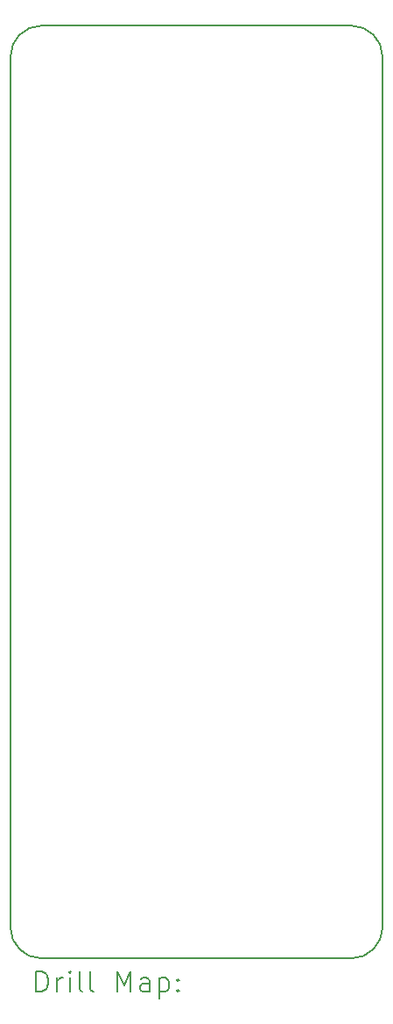
<source format=gbr>
%TF.GenerationSoftware,KiCad,Pcbnew,8.0.1*%
%TF.CreationDate,2024-06-19T16:46:32+02:00*%
%TF.ProjectId,MotorShield,4d6f746f-7253-4686-9965-6c642e6b6963,V_1*%
%TF.SameCoordinates,Original*%
%TF.FileFunction,Drillmap*%
%TF.FilePolarity,Positive*%
%FSLAX45Y45*%
G04 Gerber Fmt 4.5, Leading zero omitted, Abs format (unit mm)*
G04 Created by KiCad (PCBNEW 8.0.1) date 2024-06-19 16:46:32*
%MOMM*%
%LPD*%
G01*
G04 APERTURE LIST*
%ADD10C,0.200000*%
G04 APERTURE END LIST*
D10*
X10960000Y-5530000D02*
X10960000Y-13930000D01*
X10960000Y-5530000D02*
G75*
G02*
X11260000Y-5230000I300000J0D01*
G01*
X14560000Y-13930000D02*
G75*
G02*
X14260000Y-14230000I-300000J0D01*
G01*
X11260000Y-14230000D02*
G75*
G02*
X10960000Y-13930000I0J300000D01*
G01*
X14260000Y-5230000D02*
G75*
G02*
X14560000Y-5530000I0J-300000D01*
G01*
X11260000Y-14230000D02*
X14260000Y-14230000D01*
X14560000Y-13930000D02*
X14560000Y-5530000D01*
X14260000Y-5230000D02*
X11260000Y-5230000D01*
X11210777Y-14551484D02*
X11210777Y-14351484D01*
X11210777Y-14351484D02*
X11258396Y-14351484D01*
X11258396Y-14351484D02*
X11286967Y-14361008D01*
X11286967Y-14361008D02*
X11306015Y-14380055D01*
X11306015Y-14380055D02*
X11315539Y-14399103D01*
X11315539Y-14399103D02*
X11325062Y-14437198D01*
X11325062Y-14437198D02*
X11325062Y-14465769D01*
X11325062Y-14465769D02*
X11315539Y-14503865D01*
X11315539Y-14503865D02*
X11306015Y-14522912D01*
X11306015Y-14522912D02*
X11286967Y-14541960D01*
X11286967Y-14541960D02*
X11258396Y-14551484D01*
X11258396Y-14551484D02*
X11210777Y-14551484D01*
X11410777Y-14551484D02*
X11410777Y-14418150D01*
X11410777Y-14456246D02*
X11420301Y-14437198D01*
X11420301Y-14437198D02*
X11429824Y-14427674D01*
X11429824Y-14427674D02*
X11448872Y-14418150D01*
X11448872Y-14418150D02*
X11467920Y-14418150D01*
X11534586Y-14551484D02*
X11534586Y-14418150D01*
X11534586Y-14351484D02*
X11525062Y-14361008D01*
X11525062Y-14361008D02*
X11534586Y-14370531D01*
X11534586Y-14370531D02*
X11544110Y-14361008D01*
X11544110Y-14361008D02*
X11534586Y-14351484D01*
X11534586Y-14351484D02*
X11534586Y-14370531D01*
X11658396Y-14551484D02*
X11639348Y-14541960D01*
X11639348Y-14541960D02*
X11629824Y-14522912D01*
X11629824Y-14522912D02*
X11629824Y-14351484D01*
X11763158Y-14551484D02*
X11744110Y-14541960D01*
X11744110Y-14541960D02*
X11734586Y-14522912D01*
X11734586Y-14522912D02*
X11734586Y-14351484D01*
X11991729Y-14551484D02*
X11991729Y-14351484D01*
X11991729Y-14351484D02*
X12058396Y-14494341D01*
X12058396Y-14494341D02*
X12125062Y-14351484D01*
X12125062Y-14351484D02*
X12125062Y-14551484D01*
X12306015Y-14551484D02*
X12306015Y-14446722D01*
X12306015Y-14446722D02*
X12296491Y-14427674D01*
X12296491Y-14427674D02*
X12277443Y-14418150D01*
X12277443Y-14418150D02*
X12239348Y-14418150D01*
X12239348Y-14418150D02*
X12220301Y-14427674D01*
X12306015Y-14541960D02*
X12286967Y-14551484D01*
X12286967Y-14551484D02*
X12239348Y-14551484D01*
X12239348Y-14551484D02*
X12220301Y-14541960D01*
X12220301Y-14541960D02*
X12210777Y-14522912D01*
X12210777Y-14522912D02*
X12210777Y-14503865D01*
X12210777Y-14503865D02*
X12220301Y-14484817D01*
X12220301Y-14484817D02*
X12239348Y-14475293D01*
X12239348Y-14475293D02*
X12286967Y-14475293D01*
X12286967Y-14475293D02*
X12306015Y-14465769D01*
X12401253Y-14418150D02*
X12401253Y-14618150D01*
X12401253Y-14427674D02*
X12420301Y-14418150D01*
X12420301Y-14418150D02*
X12458396Y-14418150D01*
X12458396Y-14418150D02*
X12477443Y-14427674D01*
X12477443Y-14427674D02*
X12486967Y-14437198D01*
X12486967Y-14437198D02*
X12496491Y-14456246D01*
X12496491Y-14456246D02*
X12496491Y-14513388D01*
X12496491Y-14513388D02*
X12486967Y-14532436D01*
X12486967Y-14532436D02*
X12477443Y-14541960D01*
X12477443Y-14541960D02*
X12458396Y-14551484D01*
X12458396Y-14551484D02*
X12420301Y-14551484D01*
X12420301Y-14551484D02*
X12401253Y-14541960D01*
X12582205Y-14532436D02*
X12591729Y-14541960D01*
X12591729Y-14541960D02*
X12582205Y-14551484D01*
X12582205Y-14551484D02*
X12572682Y-14541960D01*
X12572682Y-14541960D02*
X12582205Y-14532436D01*
X12582205Y-14532436D02*
X12582205Y-14551484D01*
X12582205Y-14427674D02*
X12591729Y-14437198D01*
X12591729Y-14437198D02*
X12582205Y-14446722D01*
X12582205Y-14446722D02*
X12572682Y-14437198D01*
X12572682Y-14437198D02*
X12582205Y-14427674D01*
X12582205Y-14427674D02*
X12582205Y-14446722D01*
M02*

</source>
